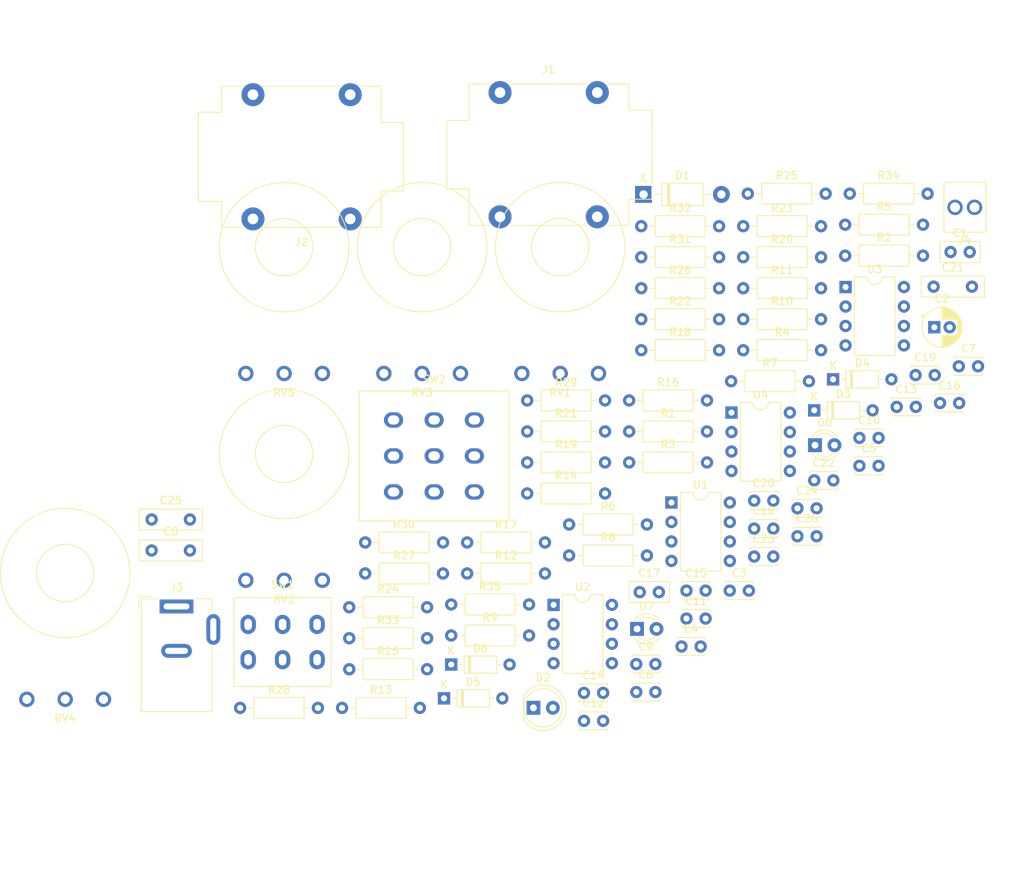
<source format=kicad_pcb>
(kicad_pcb (version 20171130) (host pcbnew "(5.1.12-1-10_14)")
  (layers (0 F.Cu signal) (31 B.Cu signal) (34 B.Paste user) (35 F.Paste user) (36 B.SilkS user) (37 F.SilkS user) (38 B.Mask user) (39 F.Mask user) (44 Edge.Cuts user))
  (net 0 "")
  (net 1 GND)
  (net 2 VA)
  (net 3 IN)
  (net 4 "Net-(C3-Pad1)")
  (net 5 "Net-(C4-Pad1)")
  (net 6 "Net-(C5-Pad2)")
  (net 7 "Net-(C5-Pad1)")
  (net 8 "Net-(C6-Pad2)")
  (net 9 "Net-(C7-Pad1)")
  (net 10 "Net-(C8-Pad1)")
  (net 11 "Net-(C9-Pad2)")
  (net 12 "Net-(C10-Pad2)")
  (net 13 "Net-(C10-Pad1)")
  (net 14 "Net-(C11-Pad2)")
  (net 15 "Net-(C11-Pad1)")
  (net 16 "Net-(C12-Pad1)")
  (net 17 "Net-(C12-Pad2)")
  (net 18 "Net-(C13-Pad1)")
  (net 19 "Net-(C14-Pad1)")
  (net 20 "Net-(C15-Pad1)")
  (net 21 "Net-(C16-Pad1)")
  (net 22 "Net-(C16-Pad2)")
  (net 23 "Net-(C17-Pad2)")
  (net 24 "Net-(C18-Pad1)")
  (net 25 "Net-(C19-Pad2)")
  (net 26 "Net-(C20-Pad1)")
  (net 27 "Net-(C20-Pad2)")
  (net 28 "Net-(C21-Pad1)")
  (net 29 "Net-(C22-Pad1)")
  (net 30 "Net-(C22-Pad2)")
  (net 31 "Net-(C23-Pad1)")
  (net 32 "Net-(C24-Pad2)")
  (net 33 "Net-(C25-Pad1)")
  (net 34 "Net-(C25-Pad2)")
  (net 35 "Net-(C26-Pad2)")
  (net 36 VCC)
  (net 37 9V)
  (net 38 LED)
  (net 39 "Net-(D2-Pad2)")
  (net 40 "Net-(D3-Pad2)")
  (net 41 "Net-(D5-Pad1)")
  (net 42 "Net-(J1-PadTN)")
  (net 43 "Net-(J1-PadT)")
  (net 44 "Net-(J2-PadT)")
  (net 45 "Net-(J2-PadTN)")
  (net 46 "Net-(J3-Pad3)")
  (net 47 "Net-(R4-Pad2)")
  (net 48 "Net-(R5-Pad2)")
  (net 49 "Net-(R10-Pad1)")
  (net 50 VB)
  (net 51 "Net-(R13-Pad1)")
  (net 52 "Net-(R14-Pad1)")
  (net 53 "Net-(R16-Pad1)")
  (net 54 "Net-(R25-Pad2)")
  (net 55 VC)
  (net 56 "Net-(R28-Pad1)")
  (net 57 "Net-(R32-Pad1)")
  (net 58 "Net-(R32-Pad2)")
  (net 59 "Net-(R35-Pad1)")
  (net 60 OUT)
  (net 61 "Net-(SW2-Pad3)")
  (module Capacitor_THT:C_Disc_D5.0mm_W2.5mm_P2.50mm (layer F.Cu) (at 215.281001 76.455001)
    (fp_text reference C1 (at 1.25 -2.5) (layer F.SilkS))
    (fp_text value 100n)
    (pad 1 thru_hole circle (at 0 0) (size 1.6 1.6) (drill 0.8) (layers *.Cu *.Mask) (net 1 GND))
    (pad 2 thru_hole circle (at 2.5 0) (size 1.6 1.6) (drill 0.8) (layers *.Cu *.Mask) (net 2 VA))
  )
  (module Capacitor_THT:CP_Radial_D5.0mm_P2.00mm (layer F.Cu) (at 213.160776 86.285001)
    (fp_text reference C2 (at 1 -3.75) (layer F.SilkS))
    (fp_text value 22u)
    (pad 1 thru_hole rect (at 0 0) (size 1.6 1.6) (drill 0.8) (layers *.Cu *.Mask) (net 2 VA))
    (pad 2 thru_hole circle (at 2 0) (size 1.6 1.6) (drill 0.8) (layers *.Cu *.Mask) (net 1 GND))
  )
  (module Capacitor_THT:C_Disc_D3.4mm_W2.1mm_P2.50mm (layer F.Cu) (at 186.451001 120.685001)
    (fp_text reference C3 (at 1.25 -2.3) (layer F.SilkS))
    (fp_text value 22n)
    (pad 2 thru_hole circle (at 2.5 0) (size 1.6 1.6) (drill 0.8) (layers *.Cu *.Mask) (net 3 IN))
    (pad 1 thru_hole circle (at 0 0) (size 1.6 1.6) (drill 0.8) (layers *.Cu *.Mask) (net 4 "Net-(C3-Pad1)"))
  )
  (module Capacitor_THT:C_Disc_D3.4mm_W2.1mm_P2.50mm (layer F.Cu) (at 180.151001 127.985001)
    (fp_text reference C4 (at 1.25 -2.3) (layer F.SilkS))
    (fp_text value 100p)
    (pad 1 thru_hole circle (at 0 0) (size 1.6 1.6) (drill 0.8) (layers *.Cu *.Mask) (net 5 "Net-(C4-Pad1)"))
    (pad 2 thru_hole circle (at 2.5 0) (size 1.6 1.6) (drill 0.8) (layers *.Cu *.Mask) (net 1 GND))
  )
  (module Capacitor_THT:C_Disc_D3.4mm_W2.1mm_P2.50mm (layer F.Cu) (at 203.381001 104.385001)
    (fp_text reference C5 (at 1.25 -2.3) (layer F.SilkS))
    (fp_text value 2.2n)
    (pad 2 thru_hole circle (at 2.5 0) (size 1.6 1.6) (drill 0.8) (layers *.Cu *.Mask) (net 6 "Net-(C5-Pad2)"))
    (pad 1 thru_hole circle (at 0 0) (size 1.6 1.6) (drill 0.8) (layers *.Cu *.Mask) (net 7 "Net-(C5-Pad1)"))
  )
  (module Capacitor_THT:C_Disc_D3.4mm_W2.1mm_P2.50mm (layer F.Cu) (at 174.251001 133.935001)
    (fp_text reference C6 (at 1.25 -2.3) (layer F.SilkS))
    (fp_text value 2.2n)
    (pad 1 thru_hole circle (at 0 0) (size 1.6 1.6) (drill 0.8) (layers *.Cu *.Mask) (net 7 "Net-(C5-Pad1)"))
    (pad 2 thru_hole circle (at 2.5 0) (size 1.6 1.6) (drill 0.8) (layers *.Cu *.Mask) (net 8 "Net-(C6-Pad2)"))
  )
  (module Capacitor_THT:C_Disc_D3.4mm_W2.1mm_P2.50mm (layer F.Cu) (at 216.361001 91.385001)
    (fp_text reference C7 (at 1.25 -2.3) (layer F.SilkS))
    (fp_text value 1n)
    (pad 1 thru_hole circle (at 0 0) (size 1.6 1.6) (drill 0.8) (layers *.Cu *.Mask) (net 9 "Net-(C7-Pad1)"))
    (pad 2 thru_hole circle (at 2.5 0) (size 1.6 1.6) (drill 0.8) (layers *.Cu *.Mask) (net 1 GND))
  )
  (module Capacitor_THT:C_Disc_D8.0mm_W2.5mm_P5.00mm (layer F.Cu) (at 110.981001 115.445001)
    (fp_text reference C8 (at 2.5 -2.5) (layer F.SilkS))
    (fp_text value 220n)
    (pad 1 thru_hole circle (at 0 0) (size 1.6 1.6) (drill 0.8) (layers *.Cu *.Mask) (net 10 "Net-(C8-Pad1)"))
    (pad 2 thru_hole circle (at 5 0) (size 1.6 1.6) (drill 0.8) (layers *.Cu *.Mask) (net 1 GND))
  )
  (module Capacitor_THT:C_Disc_D3.4mm_W2.1mm_P2.50mm (layer F.Cu) (at 174.251001 130.285001)
    (fp_text reference C9 (at 1.25 -2.3) (layer F.SilkS))
    (fp_text value 100p)
    (pad 2 thru_hole circle (at 2.5 0) (size 1.6 1.6) (drill 0.8) (layers *.Cu *.Mask) (net 11 "Net-(C9-Pad2)"))
    (pad 1 thru_hole circle (at 0 0) (size 1.6 1.6) (drill 0.8) (layers *.Cu *.Mask) (net 12 "Net-(C10-Pad2)"))
  )
  (module Capacitor_THT:C_Disc_D3.4mm_W2.1mm_P2.50mm (layer F.Cu) (at 203.381001 100.735001)
    (fp_text reference C10 (at 1.25 -2.3) (layer F.SilkS))
    (fp_text value 22n)
    (pad 2 thru_hole circle (at 2.5 0) (size 1.6 1.6) (drill 0.8) (layers *.Cu *.Mask) (net 12 "Net-(C10-Pad2)"))
    (pad 1 thru_hole circle (at 0 0) (size 1.6 1.6) (drill 0.8) (layers *.Cu *.Mask) (net 13 "Net-(C10-Pad1)"))
  )
  (module Capacitor_THT:C_Disc_D3.4mm_W2.1mm_P2.50mm (layer F.Cu) (at 180.801001 124.335001)
    (fp_text reference C11 (at 1.25 -2.3) (layer F.SilkS))
    (fp_text value 100p)
    (pad 2 thru_hole circle (at 2.5 0) (size 1.6 1.6) (drill 0.8) (layers *.Cu *.Mask) (net 14 "Net-(C11-Pad2)"))
    (pad 1 thru_hole circle (at 0 0) (size 1.6 1.6) (drill 0.8) (layers *.Cu *.Mask) (net 15 "Net-(C11-Pad1)"))
  )
  (module Capacitor_THT:C_Disc_D3.4mm_W2.1mm_P2.50mm (layer F.Cu) (at 167.421001 137.695001)
    (fp_text reference C12 (at 1.25 -2.3) (layer F.SilkS))
    (fp_text value 100p)
    (pad 1 thru_hole circle (at 0 0) (size 1.6 1.6) (drill 0.8) (layers *.Cu *.Mask) (net 16 "Net-(C12-Pad1)"))
    (pad 2 thru_hole circle (at 2.5 0) (size 1.6 1.6) (drill 0.8) (layers *.Cu *.Mask) (net 17 "Net-(C12-Pad2)"))
  )
  (module Capacitor_THT:C_Disc_D3.4mm_W2.1mm_P2.50mm (layer F.Cu) (at 208.251001 96.685001)
    (fp_text reference C13 (at 1.25 -2.3) (layer F.SilkS))
    (fp_text value 22n)
    (pad 2 thru_hole circle (at 2.5 0) (size 1.6 1.6) (drill 0.8) (layers *.Cu *.Mask) (net 16 "Net-(C12-Pad1)"))
    (pad 1 thru_hole circle (at 0 0) (size 1.6 1.6) (drill 0.8) (layers *.Cu *.Mask) (net 18 "Net-(C13-Pad1)"))
  )
  (module Capacitor_THT:C_Disc_D3.4mm_W2.1mm_P2.50mm (layer F.Cu) (at 167.421001 134.045001)
    (fp_text reference C14 (at 1.25 -2.3) (layer F.SilkS))
    (fp_text value 10n)
    (pad 2 thru_hole circle (at 2.5 0) (size 1.6 1.6) (drill 0.8) (layers *.Cu *.Mask) (net 1 GND))
    (pad 1 thru_hole circle (at 0 0) (size 1.6 1.6) (drill 0.8) (layers *.Cu *.Mask) (net 19 "Net-(C14-Pad1)"))
  )
  (module Capacitor_THT:C_Disc_D3.4mm_W2.1mm_P2.50mm (layer F.Cu) (at 180.801001 120.685001)
    (fp_text reference C15 (at 1.25 -2.3) (layer F.SilkS))
    (fp_text value 4.7n)
    (pad 1 thru_hole circle (at 0 0) (size 1.6 1.6) (drill 0.8) (layers *.Cu *.Mask) (net 20 "Net-(C15-Pad1)"))
    (pad 2 thru_hole circle (at 2.5 0) (size 1.6 1.6) (drill 0.8) (layers *.Cu *.Mask) (net 1 GND))
  )
  (module Capacitor_THT:C_Disc_D3.4mm_W2.1mm_P2.50mm (layer F.Cu) (at 213.901001 96.185001)
    (fp_text reference C16 (at 1.25 -2.3) (layer F.SilkS))
    (fp_text value 47n)
    (pad 1 thru_hole circle (at 0 0) (size 1.6 1.6) (drill 0.8) (layers *.Cu *.Mask) (net 21 "Net-(C16-Pad1)"))
    (pad 2 thru_hole circle (at 2.5 0) (size 1.6 1.6) (drill 0.8) (layers *.Cu *.Mask) (net 22 "Net-(C16-Pad2)"))
  )
  (module Capacitor_THT:C_Disc_D5.0mm_W2.5mm_P2.50mm (layer F.Cu) (at 174.701001 120.885001)
    (fp_text reference C17 (at 1.25 -2.5) (layer F.SilkS))
    (fp_text value 100n)
    (pad 2 thru_hole circle (at 2.5 0) (size 1.6 1.6) (drill 0.8) (layers *.Cu *.Mask) (net 23 "Net-(C17-Pad2)"))
    (pad 1 thru_hole circle (at 0 0) (size 1.6 1.6) (drill 0.8) (layers *.Cu *.Mask) (net 22 "Net-(C16-Pad2)"))
  )
  (module Capacitor_THT:C_Disc_D3.4mm_W2.1mm_P2.50mm (layer F.Cu) (at 189.641001 112.585001)
    (fp_text reference C18 (at 1.25 -2.3) (layer F.SilkS))
    (fp_text value 47n)
    (pad 1 thru_hole circle (at 0 0) (size 1.6 1.6) (drill 0.8) (layers *.Cu *.Mask) (net 24 "Net-(C18-Pad1)"))
    (pad 2 thru_hole circle (at 2.5 0) (size 1.6 1.6) (drill 0.8) (layers *.Cu *.Mask) (net 1 GND))
  )
  (module Capacitor_THT:C_Disc_D3.4mm_W2.1mm_P2.50mm (layer F.Cu) (at 210.711001 92.535001)
    (fp_text reference C19 (at 1.25 -2.3) (layer F.SilkS))
    (fp_text value 4.7n)
    (pad 2 thru_hole circle (at 2.5 0) (size 1.6 1.6) (drill 0.8) (layers *.Cu *.Mask) (net 25 "Net-(C19-Pad2)"))
    (pad 1 thru_hole circle (at 0 0) (size 1.6 1.6) (drill 0.8) (layers *.Cu *.Mask) (net 20 "Net-(C15-Pad1)"))
  )
  (module Capacitor_THT:C_Disc_D3.4mm_W2.1mm_P2.50mm (layer F.Cu) (at 189.641001 108.935001)
    (fp_text reference C20 (at 1.25 -2.3) (layer F.SilkS))
    (fp_text value 47n)
    (pad 1 thru_hole circle (at 0 0) (size 1.6 1.6) (drill 0.8) (layers *.Cu *.Mask) (net 26 "Net-(C20-Pad1)"))
    (pad 2 thru_hole circle (at 2.5 0) (size 1.6 1.6) (drill 0.8) (layers *.Cu *.Mask) (net 27 "Net-(C20-Pad2)"))
  )
  (module Capacitor_THT:C_Disc_D8.0mm_W2.5mm_P5.00mm (layer F.Cu) (at 213.071001 80.985001)
    (fp_text reference C21 (at 2.5 -2.5) (layer F.SilkS))
    (fp_text value 220n)
    (pad 2 thru_hole circle (at 5 0) (size 1.6 1.6) (drill 0.8) (layers *.Cu *.Mask) (net 1 GND))
    (pad 1 thru_hole circle (at 0 0) (size 1.6 1.6) (drill 0.8) (layers *.Cu *.Mask) (net 28 "Net-(C21-Pad1)"))
  )
  (module Capacitor_THT:C_Disc_D3.4mm_W2.1mm_P2.50mm (layer F.Cu) (at 197.481001 106.285001)
    (fp_text reference C22 (at 1.25 -2.3) (layer F.SilkS))
    (fp_text value 2.2n)
    (pad 1 thru_hole circle (at 0 0) (size 1.6 1.6) (drill 0.8) (layers *.Cu *.Mask) (net 29 "Net-(C22-Pad1)"))
    (pad 2 thru_hole circle (at 2.5 0) (size 1.6 1.6) (drill 0.8) (layers *.Cu *.Mask) (net 30 "Net-(C22-Pad2)"))
  )
  (module Capacitor_THT:C_Disc_D3.4mm_W2.1mm_P2.50mm (layer F.Cu) (at 189.641001 116.235001)
    (fp_text reference C23 (at 1.25 -2.3) (layer F.SilkS))
    (fp_text value 10n)
    (pad 1 thru_hole circle (at 0 0) (size 1.6 1.6) (drill 0.8) (layers *.Cu *.Mask) (net 31 "Net-(C23-Pad1)"))
    (pad 2 thru_hole circle (at 2.5 0) (size 1.6 1.6) (drill 0.8) (layers *.Cu *.Mask) (net 29 "Net-(C22-Pad1)"))
  )
  (module Capacitor_THT:C_Disc_D3.4mm_W2.1mm_P2.50mm (layer F.Cu) (at 195.291001 109.935001)
    (fp_text reference C24 (at 1.25 -2.3) (layer F.SilkS))
    (fp_text value 10n)
    (pad 2 thru_hole circle (at 2.5 0) (size 1.6 1.6) (drill 0.8) (layers *.Cu *.Mask) (net 32 "Net-(C24-Pad2)"))
    (pad 1 thru_hole circle (at 0 0) (size 1.6 1.6) (drill 0.8) (layers *.Cu *.Mask) (net 31 "Net-(C23-Pad1)"))
  )
  (module Capacitor_THT:C_Disc_D8.0mm_W2.5mm_P5.00mm (layer F.Cu) (at 110.981001 111.395001)
    (fp_text reference C25 (at 2.5 -2.5) (layer F.SilkS))
    (fp_text value 220n)
    (pad 1 thru_hole circle (at 0 0) (size 1.6 1.6) (drill 0.8) (layers *.Cu *.Mask) (net 33 "Net-(C25-Pad1)"))
    (pad 2 thru_hole circle (at 5 0) (size 1.6 1.6) (drill 0.8) (layers *.Cu *.Mask) (net 34 "Net-(C25-Pad2)"))
  )
  (module Capacitor_THT:C_Disc_D3.4mm_W2.1mm_P2.50mm (layer F.Cu) (at 195.291001 113.585001)
    (fp_text reference C26 (at 1.25 -2.3) (layer F.SilkS))
    (fp_text value 100p)
    (pad 2 thru_hole circle (at 2.5 0) (size 1.6 1.6) (drill 0.8) (layers *.Cu *.Mask) (net 35 "Net-(C26-Pad2)"))
    (pad 1 thru_hole circle (at 0 0) (size 1.6 1.6) (drill 0.8) (layers *.Cu *.Mask) (net 34 "Net-(C25-Pad2)"))
  )
  (module Diode_THT:D_DO-41_SOD81_P10.16mm_Horizontal (layer F.Cu) (at 175.201001 68.935001)
    (fp_text reference D1 (at 5.08 -2.47) (layer F.SilkS))
    (fp_text value 1N5817)
    (fp_text user K (at 0 -2.1) (layer F.SilkS))
    (pad 1 thru_hole rect (at 0 0) (size 2.2 2.2) (drill 1.1) (layers *.Cu *.Mask) (net 36 VCC))
    (pad 2 thru_hole oval (at 10.16 0) (size 2.2 2.2) (drill 1.1) (layers *.Cu *.Mask) (net 37 9V))
  )
  (module LED_THT:LED_D5.0mm (layer F.Cu) (at 160.821001 135.995001)
    (fp_text reference D2 (at 1.27 -3.96) (layer F.SilkS))
    (fp_text value LED)
    (pad 1 thru_hole rect (at 0 0) (size 1.8 1.8) (drill 0.9) (layers *.Cu *.Mask) (net 38 LED))
    (pad 2 thru_hole circle (at 2.54 0) (size 1.8 1.8) (drill 0.9) (layers *.Cu *.Mask) (net 39 "Net-(D2-Pad2)"))
  )
  (module Diode_THT:D_DO-35_SOD27_P7.62mm_Horizontal (layer F.Cu) (at 197.481001 97.135001)
    (fp_text reference D3 (at 3.81 -2.12) (layer F.SilkS))
    (fp_text value 1N4148)
    (fp_text user K (at 0 -1.8) (layer F.SilkS))
    (pad 1 thru_hole rect (at 0 0) (size 1.6 1.6) (drill 0.8) (layers *.Cu *.Mask) (net 14 "Net-(C11-Pad2)"))
    (pad 2 thru_hole oval (at 7.62 0) (size 1.6 1.6) (drill 0.8) (layers *.Cu *.Mask) (net 40 "Net-(D3-Pad2)"))
  )
  (module Diode_THT:D_DO-35_SOD27_P7.62mm_Horizontal (layer F.Cu) (at 199.941001 93.085001)
    (fp_text reference D4 (at 3.81 -2.12) (layer F.SilkS))
    (fp_text value 1N4148)
    (fp_text user K (at 0 -1.8) (layer F.SilkS))
    (pad 2 thru_hole oval (at 7.62 0) (size 1.6 1.6) (drill 0.8) (layers *.Cu *.Mask) (net 15 "Net-(C11-Pad1)"))
    (pad 1 thru_hole rect (at 0 0) (size 1.6 1.6) (drill 0.8) (layers *.Cu *.Mask) (net 40 "Net-(D3-Pad2)"))
  )
  (module Diode_THT:D_DO-35_SOD27_P7.62mm_Horizontal (layer F.Cu) (at 149.151001 134.755001)
    (fp_text reference D5 (at 3.81 -2.12) (layer F.SilkS))
    (fp_text value 1N4148)
    (fp_text user K (at 0 -1.8) (layer F.SilkS))
    (pad 1 thru_hole rect (at 0 0) (size 1.6 1.6) (drill 0.8) (layers *.Cu *.Mask) (net 41 "Net-(D5-Pad1)"))
    (pad 2 thru_hole oval (at 7.62 0) (size 1.6 1.6) (drill 0.8) (layers *.Cu *.Mask) (net 14 "Net-(C11-Pad2)"))
  )
  (module Diode_THT:D_DO-35_SOD27_P7.62mm_Horizontal (layer F.Cu) (at 150.091001 130.345001)
    (fp_text reference D6 (at 3.81 -2.12) (layer F.SilkS))
    (fp_text value 1N4148)
    (fp_text user K (at 0 -1.8) (layer F.SilkS))
    (pad 2 thru_hole oval (at 7.62 0) (size 1.6 1.6) (drill 0.8) (layers *.Cu *.Mask) (net 41 "Net-(D5-Pad1)"))
    (pad 1 thru_hole rect (at 0 0) (size 1.6 1.6) (drill 0.8) (layers *.Cu *.Mask) (net 15 "Net-(C11-Pad1)"))
  )
  (module LED_THT:LED_D3.0mm (layer F.Cu) (at 174.351001 125.685001)
    (fp_text reference D7 (at 1.27 -2.96) (layer F.SilkS))
    (fp_text value LED)
    (pad 1 thru_hole rect (at 0 0) (size 1.8 1.8) (drill 0.9) (layers *.Cu *.Mask) (net 19 "Net-(C14-Pad1)"))
    (pad 2 thru_hole circle (at 2.54 0) (size 1.8 1.8) (drill 0.9) (layers *.Cu *.Mask) (net 1 GND))
  )
  (module LED_THT:LED_D3.0mm (layer F.Cu) (at 197.581001 101.685001)
    (fp_text reference D8 (at 1.27 -2.96) (layer F.SilkS))
    (fp_text value LED)
    (pad 2 thru_hole circle (at 2.54 0) (size 1.8 1.8) (drill 0.9) (layers *.Cu *.Mask) (net 19 "Net-(C14-Pad1)"))
    (pad 1 thru_hole rect (at 0 0) (size 1.8 1.8) (drill 0.9) (layers *.Cu *.Mask) (net 1 GND))
  )
  (module Connector_Audio:Jack_6.35mm_Neutrik_NMJ4HCD2_Horizontal (layer F.Cu) (at 156.464 55.626)
    (fp_text reference J1 (at 6.35 -3) (layer F.SilkS))
    (fp_text value AudioJack2_Switch)
    (pad TN thru_hole circle (at 0 16.23) (size 3 3) (drill 1.4) (layers *.Cu *.Mask) (net 42 "Net-(J1-PadTN)"))
    (pad SN thru_hole circle (at 12.7 16.23) (size 3 3) (drill 1.4) (layers *.Cu *.Mask) (net 1 GND))
    (pad T thru_hole circle (at 0 0) (size 3 3) (drill 1.4) (layers *.Cu *.Mask) (net 43 "Net-(J1-PadT)"))
    (pad S thru_hole circle (at 12.7 0) (size 3 3) (drill 1.4) (layers *.Cu *.Mask) (net 1 GND))
  )
  (module Connector_Audio:Jack_6.35mm_Neutrik_NMJ4HCD2_Horizontal (layer F.Cu) (at 136.906 72.136 180)
    (fp_text reference J2 (at 6.35 -3) (layer F.SilkS))
    (fp_text value AudioJack2_Switch)
    (pad S thru_hole circle (at 12.7 0 180) (size 3 3) (drill 1.4) (layers *.Cu *.Mask) (net 1 GND))
    (pad T thru_hole circle (at 0 0 180) (size 3 3) (drill 1.4) (layers *.Cu *.Mask) (net 44 "Net-(J2-PadT)"))
    (pad SN thru_hole circle (at 12.7 16.23 180) (size 3 3) (drill 1.4) (layers *.Cu *.Mask) (net 1 GND))
    (pad TN thru_hole circle (at 0 16.23 180) (size 3 3) (drill 1.4) (layers *.Cu *.Mask) (net 45 "Net-(J2-PadTN)"))
  )
  (module Connector_BarrelJack:BarrelJack_Wuerth_6941xx301002 (layer F.Cu) (at 114.231001 122.755001)
    (fp_text reference J3 (at 0 -2.5) (layer F.SilkS))
    (fp_text value Barrel_Jack_Switch)
    (pad 3 thru_hole oval (at 4.8 3 90) (size 4 1.8) (drill oval 3 0.8) (layers *.Cu *.Mask) (net 46 "Net-(J3-Pad3)"))
    (pad 2 thru_hole oval (at 0 5.8) (size 4 1.8) (drill oval 3 0.8) (layers *.Cu *.Mask) (net 37 9V))
    (pad 1 thru_hole rect (at 0 0) (size 4.4 1.8) (drill oval 3.4 0.8) (layers *.Cu *.Mask) (net 1 GND))
  )
  (module tyrian-distortion:TerminalBlock_2pin_2.54mm (layer F.Cu) (at 217.156001 70.620001)
    (fp_text reference J4 (at 0 4.25) (layer F.SilkS))
    (fp_text value Conn_01x02_Female)
    (pad 1 thru_hole circle (at -1.29 0) (size 2 2) (drill 1.3) (layers *.Cu *.Mask) (net 1 GND))
    (pad 2 thru_hole circle (at 1.25 0) (size 2 2) (drill 1.3) (layers *.Cu *.Mask) (net 46 "Net-(J3-Pad3)"))
  )
  (module Resistor_THT:R_Axial_DIN0207_L6.3mm_D2.5mm_P10.16mm_Horizontal (layer F.Cu) (at 173.321001 99.895001)
    (fp_text reference R1 (at 5.08 -2.37) (layer F.SilkS))
    (fp_text value 4.7k)
    (pad 2 thru_hole oval (at 10.16 0) (size 1.6 1.6) (drill 0.8) (layers *.Cu *.Mask) (net 36 VCC))
    (pad 1 thru_hole circle (at 0 0) (size 1.6 1.6) (drill 0.8) (layers *.Cu *.Mask) (net 39 "Net-(D2-Pad2)"))
  )
  (module Resistor_THT:R_Axial_DIN0207_L6.3mm_D2.5mm_P10.16mm_Horizontal (layer F.Cu) (at 201.521001 76.935001)
    (fp_text reference R2 (at 5.08 -2.37) (layer F.SilkS))
    (fp_text value 20k)
    (pad 2 thru_hole oval (at 10.16 0) (size 1.6 1.6) (drill 0.8) (layers *.Cu *.Mask) (net 2 VA))
    (pad 1 thru_hole circle (at 0 0) (size 1.6 1.6) (drill 0.8) (layers *.Cu *.Mask) (net 36 VCC))
  )
  (module Resistor_THT:R_Axial_DIN0207_L6.3mm_D2.5mm_P10.16mm_Horizontal (layer F.Cu) (at 173.321001 103.945001)
    (fp_text reference R3 (at 5.08 -2.37) (layer F.SilkS))
    (fp_text value 20k)
    (pad 2 thru_hole oval (at 10.16 0) (size 1.6 1.6) (drill 0.8) (layers *.Cu *.Mask) (net 1 GND))
    (pad 1 thru_hole circle (at 0 0) (size 1.6 1.6) (drill 0.8) (layers *.Cu *.Mask) (net 2 VA))
  )
  (module Resistor_THT:R_Axial_DIN0207_L6.3mm_D2.5mm_P10.16mm_Horizontal (layer F.Cu) (at 188.211001 89.285001)
    (fp_text reference R4 (at 5.08 -2.37) (layer F.SilkS))
    (fp_text value 1.5k)
    (pad 2 thru_hole oval (at 10.16 0) (size 1.6 1.6) (drill 0.8) (layers *.Cu *.Mask) (net 47 "Net-(R4-Pad2)"))
    (pad 1 thru_hole circle (at 0 0) (size 1.6 1.6) (drill 0.8) (layers *.Cu *.Mask) (net 2 VA))
  )
  (module Resistor_THT:R_Axial_DIN0207_L6.3mm_D2.5mm_P10.16mm_Horizontal (layer F.Cu) (at 201.521001 72.885001)
    (fp_text reference R5 (at 5.08 -2.37) (layer F.SilkS))
    (fp_text value 1.5k)
    (pad 1 thru_hole circle (at 0 0) (size 1.6 1.6) (drill 0.8) (layers *.Cu *.Mask) (net 2 VA))
    (pad 2 thru_hole oval (at 10.16 0) (size 1.6 1.6) (drill 0.8) (layers *.Cu *.Mask) (net 48 "Net-(R5-Pad2)"))
  )
  (module Resistor_THT:R_Axial_DIN0207_L6.3mm_D2.5mm_P10.16mm_Horizontal (layer F.Cu) (at 165.481001 112.045001)
    (fp_text reference R6 (at 5.08 -2.37) (layer F.SilkS))
    (fp_text value 1M)
    (pad 1 thru_hole circle (at 0 0) (size 1.6 1.6) (drill 0.8) (layers *.Cu *.Mask) (net 3 IN))
    (pad 2 thru_hole oval (at 10.16 0) (size 1.6 1.6) (drill 0.8) (layers *.Cu *.Mask) (net 1 GND))
  )
  (module Resistor_THT:R_Axial_DIN0207_L6.3mm_D2.5mm_P10.16mm_Horizontal (layer F.Cu) (at 186.631001 93.335001)
    (fp_text reference R7 (at 5.08 -2.37) (layer F.SilkS))
    (fp_text value 470k)
    (pad 2 thru_hole oval (at 10.16 0) (size 1.6 1.6) (drill 0.8) (layers *.Cu *.Mask) (net 4 "Net-(C3-Pad1)"))
    (pad 1 thru_hole circle (at 0 0) (size 1.6 1.6) (drill 0.8) (layers *.Cu *.Mask) (net 2 VA))
  )
  (module Resistor_THT:R_Axial_DIN0207_L6.3mm_D2.5mm_P10.16mm_Horizontal (layer F.Cu) (at 165.481001 116.095001)
    (fp_text reference R8 (at 5.08 -2.37) (layer F.SilkS))
    (fp_text value 10k)
    (pad 1 thru_hole circle (at 0 0) (size 1.6 1.6) (drill 0.8) (layers *.Cu *.Mask) (net 5 "Net-(C4-Pad1)"))
    (pad 2 thru_hole oval (at 10.16 0) (size 1.6 1.6) (drill 0.8) (layers *.Cu *.Mask) (net 4 "Net-(C3-Pad1)"))
  )
  (module Resistor_THT:R_Axial_DIN0207_L6.3mm_D2.5mm_P10.16mm_Horizontal (layer F.Cu) (at 150.091001 126.545001)
    (fp_text reference R9 (at 5.08 -2.37) (layer F.SilkS))
    (fp_text value 82k)
    (pad 2 thru_hole oval (at 10.16 0) (size 1.6 1.6) (drill 0.8) (layers *.Cu *.Mask) (net 49 "Net-(R10-Pad1)"))
    (pad 1 thru_hole circle (at 0 0) (size 1.6 1.6) (drill 0.8) (layers *.Cu *.Mask) (net 6 "Net-(C5-Pad2)"))
  )
  (module Resistor_THT:R_Axial_DIN0207_L6.3mm_D2.5mm_P10.16mm_Horizontal (layer F.Cu) (at 188.211001 85.235001)
    (fp_text reference R10 (at 5.08 -2.37) (layer F.SilkS))
    (fp_text value 47k)
    (pad 2 thru_hole oval (at 10.16 0) (size 1.6 1.6) (drill 0.8) (layers *.Cu *.Mask) (net 50 VB))
    (pad 1 thru_hole circle (at 0 0) (size 1.6 1.6) (drill 0.8) (layers *.Cu *.Mask) (net 49 "Net-(R10-Pad1)"))
  )
  (module Resistor_THT:R_Axial_DIN0207_L6.3mm_D2.5mm_P10.16mm_Horizontal (layer F.Cu) (at 188.211001 81.185001)
    (fp_text reference R11 (at 5.08 -2.37) (layer F.SilkS))
    (fp_text value 33k)
    (pad 1 thru_hole circle (at 0 0) (size 1.6 1.6) (drill 0.8) (layers *.Cu *.Mask) (net 50 VB))
    (pad 2 thru_hole oval (at 10.16 0) (size 1.6 1.6) (drill 0.8) (layers *.Cu *.Mask) (net 7 "Net-(C5-Pad1)"))
  )
  (module Resistor_THT:R_Axial_DIN0207_L6.3mm_D2.5mm_P10.16mm_Horizontal (layer F.Cu) (at 152.171001 118.445001)
    (fp_text reference R12 (at 5.08 -2.37) (layer F.SilkS))
    (fp_text value 10k)
    (pad 2 thru_hole oval (at 10.16 0) (size 1.6 1.6) (drill 0.8) (layers *.Cu *.Mask) (net 7 "Net-(C5-Pad1)"))
    (pad 1 thru_hole circle (at 0 0) (size 1.6 1.6) (drill 0.8) (layers *.Cu *.Mask) (net 9 "Net-(C7-Pad1)"))
  )
  (module Resistor_THT:R_Axial_DIN0207_L6.3mm_D2.5mm_P10.16mm_Horizontal (layer F.Cu) (at 135.841001 136.005001)
    (fp_text reference R13 (at 5.08 -2.37) (layer F.SilkS))
    (fp_text value 33k)
    (pad 1 thru_hole circle (at 0 0) (size 1.6 1.6) (drill 0.8) (layers *.Cu *.Mask) (net 51 "Net-(R13-Pad1)"))
    (pad 2 thru_hole oval (at 10.16 0) (size 1.6 1.6) (drill 0.8) (layers *.Cu *.Mask) (net 10 "Net-(C8-Pad1)"))
  )
  (module Resistor_THT:R_Axial_DIN0207_L6.3mm_D2.5mm_P10.16mm_Horizontal (layer F.Cu) (at 160.011001 107.995001)
    (fp_text reference R14 (at 5.08 -2.37) (layer F.SilkS))
    (fp_text value 10k)
    (pad 1 thru_hole circle (at 0 0) (size 1.6 1.6) (drill 0.8) (layers *.Cu *.Mask) (net 52 "Net-(R14-Pad1)"))
    (pad 2 thru_hole oval (at 10.16 0) (size 1.6 1.6) (drill 0.8) (layers *.Cu *.Mask) (net 10 "Net-(C8-Pad1)"))
  )
  (module Resistor_THT:R_Axial_DIN0207_L6.3mm_D2.5mm_P10.16mm_Horizontal (layer F.Cu) (at 136.781001 130.955001)
    (fp_text reference R15 (at 5.08 -2.37) (layer F.SilkS))
    (fp_text value 33k)
    (pad 1 thru_hole circle (at 0 0) (size 1.6 1.6) (drill 0.8) (layers *.Cu *.Mask) (net 11 "Net-(C9-Pad2)"))
    (pad 2 thru_hole oval (at 10.16 0) (size 1.6 1.6) (drill 0.8) (layers *.Cu *.Mask) (net 10 "Net-(C8-Pad1)"))
  )
  (module Resistor_THT:R_Axial_DIN0207_L6.3mm_D2.5mm_P10.16mm_Horizontal (layer F.Cu) (at 173.321001 95.845001)
    (fp_text reference R16 (at 5.08 -2.37) (layer F.SilkS))
    (fp_text value 56k)
    (pad 2 thru_hole oval (at 10.16 0) (size 1.6 1.6) (drill 0.8) (layers *.Cu *.Mask) (net 11 "Net-(C9-Pad2)"))
    (pad 1 thru_hole circle (at 0 0) (size 1.6 1.6) (drill 0.8) (layers *.Cu *.Mask) (net 53 "Net-(R16-Pad1)"))
  )
  (module Resistor_THT:R_Axial_DIN0207_L6.3mm_D2.5mm_P10.16mm_Horizontal (layer F.Cu) (at 152.171001 114.395001)
    (fp_text reference R17 (at 5.08 -2.37) (layer F.SilkS))
    (fp_text value 22k)
    (pad 1 thru_hole circle (at 0 0) (size 1.6 1.6) (drill 0.8) (layers *.Cu *.Mask) (net 14 "Net-(C11-Pad2)"))
    (pad 2 thru_hole oval (at 10.16 0) (size 1.6 1.6) (drill 0.8) (layers *.Cu *.Mask) (net 13 "Net-(C10-Pad1)"))
  )
  (module Resistor_THT:R_Axial_DIN0207_L6.3mm_D2.5mm_P10.16mm_Horizontal (layer F.Cu) (at 174.901001 89.285001)
    (fp_text reference R18 (at 5.08 -2.37) (layer F.SilkS))
    (fp_text value 56k)
    (pad 2 thru_hole oval (at 10.16 0) (size 1.6 1.6) (drill 0.8) (layers *.Cu *.Mask) (net 14 "Net-(C11-Pad2)"))
    (pad 1 thru_hole circle (at 0 0) (size 1.6 1.6) (drill 0.8) (layers *.Cu *.Mask) (net 15 "Net-(C11-Pad1)"))
  )
  (module Resistor_THT:R_Axial_DIN0207_L6.3mm_D2.5mm_P10.16mm_Horizontal (layer F.Cu) (at 160.011001 103.945001)
    (fp_text reference R19 (at 5.08 -2.37) (layer F.SilkS))
    (fp_text value 4.7k)
    (pad 1 thru_hole circle (at 0 0) (size 1.6 1.6) (drill 0.8) (layers *.Cu *.Mask) (net 17 "Net-(C12-Pad2)"))
    (pad 2 thru_hole oval (at 10.16 0) (size 1.6 1.6) (drill 0.8) (layers *.Cu *.Mask) (net 15 "Net-(C11-Pad1)"))
  )
  (module Resistor_THT:R_Axial_DIN0207_L6.3mm_D2.5mm_P10.16mm_Horizontal (layer F.Cu) (at 188.211001 77.135001)
    (fp_text reference R20 (at 5.08 -2.37) (layer F.SilkS))
    (fp_text value 82k)
    (pad 2 thru_hole oval (at 10.16 0) (size 1.6 1.6) (drill 0.8) (layers *.Cu *.Mask) (net 17 "Net-(C12-Pad2)"))
    (pad 1 thru_hole circle (at 0 0) (size 1.6 1.6) (drill 0.8) (layers *.Cu *.Mask) (net 16 "Net-(C12-Pad1)"))
  )
  (module Resistor_THT:R_Axial_DIN0207_L6.3mm_D2.5mm_P10.16mm_Horizontal (layer F.Cu) (at 160.011001 99.895001)
    (fp_text reference R21 (at 5.08 -2.37) (layer F.SilkS))
    (fp_text value 4.7k)
    (pad 2 thru_hole oval (at 10.16 0) (size 1.6 1.6) (drill 0.8) (layers *.Cu *.Mask) (net 18 "Net-(C13-Pad1)"))
    (pad 1 thru_hole circle (at 0 0) (size 1.6 1.6) (drill 0.8) (layers *.Cu *.Mask) (net 19 "Net-(C14-Pad1)"))
  )
  (module Resistor_THT:R_Axial_DIN0207_L6.3mm_D2.5mm_P10.16mm_Horizontal (layer F.Cu) (at 174.901001 85.235001)
    (fp_text reference R22 (at 5.08 -2.37) (layer F.SilkS))
    (fp_text value 56k)
    (pad 1 thru_hole circle (at 0 0) (size 1.6 1.6) (drill 0.8) (layers *.Cu *.Mask) (net 20 "Net-(C15-Pad1)"))
    (pad 2 thru_hole oval (at 10.16 0) (size 1.6 1.6) (drill 0.8) (layers *.Cu *.Mask) (net 19 "Net-(C14-Pad1)"))
  )
  (module Resistor_THT:R_Axial_DIN0207_L6.3mm_D2.5mm_P10.16mm_Horizontal (layer F.Cu) (at 188.211001 73.085001)
    (fp_text reference R23 (at 5.08 -2.37) (layer F.SilkS))
    (fp_text value 82k)
    (pad 1 thru_hole circle (at 0 0) (size 1.6 1.6) (drill 0.8) (layers *.Cu *.Mask) (net 21 "Net-(C16-Pad1)"))
    (pad 2 thru_hole oval (at 10.16 0) (size 1.6 1.6) (drill 0.8) (layers *.Cu *.Mask) (net 20 "Net-(C15-Pad1)"))
  )
  (module Resistor_THT:R_Axial_DIN0207_L6.3mm_D2.5mm_P10.16mm_Horizontal (layer F.Cu) (at 136.781001 122.855001)
    (fp_text reference R24 (at 5.08 -2.37) (layer F.SilkS))
    (fp_text value 2k)
    (pad 1 thru_hole circle (at 0 0) (size 1.6 1.6) (drill 0.8) (layers *.Cu *.Mask) (net 1 GND))
    (pad 2 thru_hole oval (at 10.16 0) (size 1.6 1.6) (drill 0.8) (layers *.Cu *.Mask) (net 23 "Net-(C17-Pad2)"))
  )
  (module Resistor_THT:R_Axial_DIN0207_L6.3mm_D2.5mm_P10.16mm_Horizontal (layer F.Cu) (at 188.811001 68.835001)
    (fp_text reference R25 (at 5.08 -2.37) (layer F.SilkS))
    (fp_text value 4.7k)
    (pad 2 thru_hole oval (at 10.16 0) (size 1.6 1.6) (drill 0.8) (layers *.Cu *.Mask) (net 54 "Net-(R25-Pad2)"))
    (pad 1 thru_hole circle (at 0 0) (size 1.6 1.6) (drill 0.8) (layers *.Cu *.Mask) (net 22 "Net-(C16-Pad2)"))
  )
  (module Resistor_THT:R_Axial_DIN0207_L6.3mm_D2.5mm_P10.16mm_Horizontal (layer F.Cu) (at 174.901001 81.185001)
    (fp_text reference R26 (at 5.08 -2.37) (layer F.SilkS))
    (fp_text value 100k)
    (pad 2 thru_hole oval (at 10.16 0) (size 1.6 1.6) (drill 0.8) (layers *.Cu *.Mask) (net 54 "Net-(R25-Pad2)"))
    (pad 1 thru_hole circle (at 0 0) (size 1.6 1.6) (drill 0.8) (layers *.Cu *.Mask) (net 27 "Net-(C20-Pad2)"))
  )
  (module Resistor_THT:R_Axial_DIN0207_L6.3mm_D2.5mm_P10.16mm_Horizontal (layer F.Cu) (at 138.861001 118.445001)
    (fp_text reference R27 (at 5.08 -2.37) (layer F.SilkS))
    (fp_text value 470k)
    (pad 1 thru_hole circle (at 0 0) (size 1.6 1.6) (drill 0.8) (layers *.Cu *.Mask) (net 26 "Net-(C20-Pad1)"))
    (pad 2 thru_hole oval (at 10.16 0) (size 1.6 1.6) (drill 0.8) (layers *.Cu *.Mask) (net 55 VC))
  )
  (module Resistor_THT:R_Axial_DIN0207_L6.3mm_D2.5mm_P10.16mm_Horizontal (layer F.Cu) (at 122.531001 136.005001)
    (fp_text reference R28 (at 5.08 -2.37) (layer F.SilkS))
    (fp_text value 22k)
    (pad 2 thru_hole oval (at 10.16 0) (size 1.6 1.6) (drill 0.8) (layers *.Cu *.Mask) (net 30 "Net-(C22-Pad2)"))
    (pad 1 thru_hole circle (at 0 0) (size 1.6 1.6) (drill 0.8) (layers *.Cu *.Mask) (net 56 "Net-(R28-Pad1)"))
  )
  (module Resistor_THT:R_Axial_DIN0207_L6.3mm_D2.5mm_P10.16mm_Horizontal (layer F.Cu) (at 160.011001 95.845001)
    (fp_text reference R29 (at 5.08 -2.37) (layer F.SilkS))
    (fp_text value 22k)
    (pad 1 thru_hole circle (at 0 0) (size 1.6 1.6) (drill 0.8) (layers *.Cu *.Mask) (net 29 "Net-(C22-Pad1)"))
    (pad 2 thru_hole oval (at 10.16 0) (size 1.6 1.6) (drill 0.8) (layers *.Cu *.Mask) (net 56 "Net-(R28-Pad1)"))
  )
  (module Resistor_THT:R_Axial_DIN0207_L6.3mm_D2.5mm_P10.16mm_Horizontal (layer F.Cu) (at 138.861001 114.395001)
    (fp_text reference R30 (at 5.08 -2.37) (layer F.SilkS))
    (fp_text value 150k)
    (pad 1 thru_hole circle (at 0 0) (size 1.6 1.6) (drill 0.8) (layers *.Cu *.Mask) (net 28 "Net-(C21-Pad1)"))
    (pad 2 thru_hole oval (at 10.16 0) (size 1.6 1.6) (drill 0.8) (layers *.Cu *.Mask) (net 56 "Net-(R28-Pad1)"))
  )
  (module Resistor_THT:R_Axial_DIN0207_L6.3mm_D2.5mm_P10.16mm_Horizontal (layer F.Cu) (at 174.901001 77.135001)
    (fp_text reference R31 (at 5.08 -2.37) (layer F.SilkS))
    (fp_text value 10k)
    (pad 2 thru_hole oval (at 10.16 0) (size 1.6 1.6) (drill 0.8) (layers *.Cu *.Mask) (net 31 "Net-(C23-Pad1)"))
    (pad 1 thru_hole circle (at 0 0) (size 1.6 1.6) (drill 0.8) (layers *.Cu *.Mask) (net 1 GND))
  )
  (module Resistor_THT:R_Axial_DIN0207_L6.3mm_D2.5mm_P10.16mm_Horizontal (layer F.Cu) (at 174.901001 73.085001)
    (fp_text reference R32 (at 5.08 -2.37) (layer F.SilkS))
    (fp_text value 1.5k)
    (pad 1 thru_hole circle (at 0 0) (size 1.6 1.6) (drill 0.8) (layers *.Cu *.Mask) (net 57 "Net-(R32-Pad1)"))
    (pad 2 thru_hole oval (at 10.16 0) (size 1.6 1.6) (drill 0.8) (layers *.Cu *.Mask) (net 58 "Net-(R32-Pad2)"))
  )
  (module Resistor_THT:R_Axial_DIN0207_L6.3mm_D2.5mm_P10.16mm_Horizontal (layer F.Cu) (at 136.781001 126.905001)
    (fp_text reference R33 (at 5.08 -2.37) (layer F.SilkS))
    (fp_text value 470k)
    (pad 2 thru_hole oval (at 10.16 0) (size 1.6 1.6) (drill 0.8) (layers *.Cu *.Mask) (net 35 "Net-(C26-Pad2)"))
    (pad 1 thru_hole circle (at 0 0) (size 1.6 1.6) (drill 0.8) (layers *.Cu *.Mask) (net 34 "Net-(C25-Pad2)"))
  )
  (module Resistor_THT:R_Axial_DIN0207_L6.3mm_D2.5mm_P10.16mm_Horizontal (layer F.Cu) (at 202.121001 68.835001)
    (fp_text reference R34 (at 5.08 -2.37) (layer F.SilkS))
    (fp_text value 10k)
    (pad 1 thru_hole circle (at 0 0) (size 1.6 1.6) (drill 0.8) (layers *.Cu *.Mask) (net 55 VC))
    (pad 2 thru_hole oval (at 10.16 0) (size 1.6 1.6) (drill 0.8) (layers *.Cu *.Mask) (net 35 "Net-(C26-Pad2)"))
  )
  (module Resistor_THT:R_Axial_DIN0207_L6.3mm_D2.5mm_P10.16mm_Horizontal (layer F.Cu) (at 150.091001 122.495001)
    (fp_text reference R35 (at 5.08 -2.37) (layer F.SilkS))
    (fp_text value 2k)
    (pad 1 thru_hole circle (at 0 0) (size 1.6 1.6) (drill 0.8) (layers *.Cu *.Mask) (net 59 "Net-(R35-Pad1)"))
    (pad 2 thru_hole oval (at 10.16 0) (size 1.6 1.6) (drill 0.8) (layers *.Cu *.Mask) (net 33 "Net-(C25-Pad1)"))
  )
  (module tyrian-distortion:Tayda_Potentiometer (layer F.Cu) (at 164.316001 92.070001)
    (fp_text reference RV1 (at 0 2.75) (layer F.SilkS))
    (fp_text value B1M)
    (pad 1 thru_hole circle (at -5 0.25) (size 2 2) (drill 1.2) (layers *.Cu *.Mask) (net 53 "Net-(R16-Pad1)"))
    (pad 2 thru_hole circle (at 0 0.25) (size 2 2) (drill 1.2) (layers *.Cu *.Mask) (net 12 "Net-(C10-Pad2)"))
    (pad 3 thru_hole circle (at 5 0.25) (size 2 2) (drill 1.2) (layers *.Cu *.Mask) (net 12 "Net-(C10-Pad2)"))
  )
  (module tyrian-distortion:Tayda_Potentiometer (layer F.Cu) (at 128.276001 119.080001)
    (fp_text reference RV2 (at 0 2.75) (layer F.SilkS))
    (fp_text value A100k)
    (pad 1 thru_hole circle (at -5 0.25) (size 2 2) (drill 1.2) (layers *.Cu *.Mask) (net 23 "Net-(C17-Pad2)"))
    (pad 2 thru_hole circle (at 0 0.25) (size 2 2) (drill 1.2) (layers *.Cu *.Mask) (net 22 "Net-(C16-Pad2)"))
    (pad 3 thru_hole circle (at 5 0.25) (size 2 2) (drill 1.2) (layers *.Cu *.Mask) (net 21 "Net-(C16-Pad1)"))
  )
  (module tyrian-distortion:Tayda_Potentiometer (layer F.Cu) (at 146.296001 92.070001)
    (fp_text reference RV3 (at 0 2.75) (layer F.SilkS))
    (fp_text value A50k)
    (pad 3 thru_hole circle (at 5 0.25) (size 2 2) (drill 1.2) (layers *.Cu *.Mask) (net 25 "Net-(C19-Pad2)"))
    (pad 2 thru_hole circle (at 0 0.25) (size 2 2) (drill 1.2) (layers *.Cu *.Mask) (net 54 "Net-(R25-Pad2)"))
    (pad 1 thru_hole circle (at -5 0.25) (size 2 2) (drill 1.2) (layers *.Cu *.Mask) (net 24 "Net-(C18-Pad1)"))
  )
  (module tyrian-distortion:Tayda_Potentiometer (layer F.Cu) (at 99.696001 134.630001)
    (fp_text reference RV4 (at 0 2.75) (layer F.SilkS))
    (fp_text value B100k)
    (pad 1 thru_hole circle (at -5 0.25) (size 2 2) (drill 1.2) (layers *.Cu *.Mask) (net 32 "Net-(C24-Pad2)"))
    (pad 2 thru_hole circle (at 0 0.25) (size 2 2) (drill 1.2) (layers *.Cu *.Mask) (net 58 "Net-(R32-Pad2)"))
    (pad 3 thru_hole circle (at 5 0.25) (size 2 2) (drill 1.2) (layers *.Cu *.Mask) (net 29 "Net-(C22-Pad1)"))
  )
  (module tyrian-distortion:Tayda_Potentiometer (layer F.Cu) (at 128.276001 92.070001)
    (fp_text reference RV5 (at 0 2.75) (layer F.SilkS))
    (fp_text value A50k)
    (pad 3 thru_hole circle (at 5 0.25) (size 2 2) (drill 1.2) (layers *.Cu *.Mask) (net 59 "Net-(R35-Pad1)"))
    (pad 2 thru_hole circle (at 0 0.25) (size 2 2) (drill 1.2) (layers *.Cu *.Mask) (net 60 OUT))
    (pad 1 thru_hole circle (at -5 0.25) (size 2 2) (drill 1.2) (layers *.Cu *.Mask) (net 1 GND))
  )
  (module tyrian-distortion:DPDT_Toggle_Switch (layer F.Cu) (at 128.081001 127.405001)
    (fp_text reference SW1 (at 0 -7.5) (layer F.SilkS))
    (fp_text value SW_DPDT_x2)
    (pad 1 thru_hole oval (at -4.5 -2.3) (size 2 2.5) (drill oval 1 1.5) (layers *.Cu *.Mask) (net 6 "Net-(C5-Pad2)"))
    (pad 2 thru_hole oval (at 0 -2.3) (size 2 2.5) (drill oval 1 1.5) (layers *.Cu *.Mask) (net 8 "Net-(C6-Pad2)"))
    (pad 3 thru_hole oval (at 4.5 -2.3) (size 2 2.5) (drill oval 1 1.5) (layers *.Cu *.Mask) (net 6 "Net-(C5-Pad2)"))
    (pad 4 thru_hole oval (at -4.5 2.3) (size 2 2.5) (drill oval 1 1.5) (layers *.Cu *.Mask) (net 52 "Net-(R14-Pad1)"))
    (pad 6 thru_hole oval (at 4.5 2.3) (size 2 2.5) (drill oval 1 1.5) (layers *.Cu *.Mask) (net 51 "Net-(R13-Pad1)"))
    (pad 5 thru_hole oval (at 0 2.3) (size 2 2.5) (drill oval 1 1.5) (layers *.Cu *.Mask) (net 11 "Net-(C9-Pad2)"))
  )
  (module tyrian-distortion:3PDT_Toggle_Switch (layer F.Cu) (at 147.861001 103.095001)
    (fp_text reference SW2 (at 0 -10) (layer F.SilkS))
    (fp_text value SW_3PDT)
    (pad 9 thru_hole oval (at 5.25 4.7) (size 2.5 2) (drill oval 1.5 1.2) (layers *.Cu *.Mask) (net 61 "Net-(SW2-Pad3)"))
    (pad 6 thru_hole oval (at 0 4.7) (size 2.5 2) (drill oval 1.5 1.2) (layers *.Cu *.Mask) (net 3 IN))
    (pad 3 thru_hole oval (at -5.3 4.7) (size 2.5 2) (drill oval 1.5 1.2) (layers *.Cu *.Mask) (net 61 "Net-(SW2-Pad3)"))
    (pad 1 thru_hole oval (at -5.3 -4.7) (size 2.5 2) (drill oval 1.5 1.2) (layers *.Cu *.Mask) (net 3 IN))
    (pad 7 thru_hole oval (at 5.25 -4.7) (size 2.5 2) (drill oval 1.5 1.2) (layers *.Cu *.Mask) (net 60 OUT))
    (pad 4 thru_hole oval (at 0 -4.7) (size 2.5 2) (drill oval 1.5 1.2) (layers *.Cu *.Mask) (net 38 LED))
    (pad 2 thru_hole oval (at -5.3 0) (size 2.5 2) (drill oval 1.5 1.2) (layers *.Cu *.Mask) (net 43 "Net-(J1-PadT)"))
    (pad 8 thru_hole oval (at 5.25 0) (size 2.5 2) (drill oval 1.5 1.2) (layers *.Cu *.Mask) (net 44 "Net-(J2-PadT)"))
    (pad 5 thru_hole oval (at 0 0) (size 2.5 2) (drill oval 1.5 1.2) (layers *.Cu *.Mask) (net 1 GND))
  )
  (module Package_DIP:DIP-8_W7.62mm (layer F.Cu) (at 178.841001 109.185001)
    (fp_text reference U1 (at 3.81 -2.33) (layer F.SilkS))
    (fp_text value TL072)
    (pad 1 thru_hole rect (at 0 0) (size 1.6 1.6) (drill 0.8) (layers *.Cu *.Mask) (net 50 VB))
    (pad 5 thru_hole oval (at 7.62 7.62) (size 1.6 1.6) (drill 0.8) (layers *.Cu *.Mask) (net 48 "Net-(R5-Pad2)"))
    (pad 2 thru_hole oval (at 0 2.54) (size 1.6 1.6) (drill 0.8) (layers *.Cu *.Mask) (net 50 VB))
    (pad 6 thru_hole oval (at 7.62 5.08) (size 1.6 1.6) (drill 0.8) (layers *.Cu *.Mask) (net 55 VC))
    (pad 3 thru_hole oval (at 0 5.08) (size 1.6 1.6) (drill 0.8) (layers *.Cu *.Mask) (net 47 "Net-(R4-Pad2)"))
    (pad 7 thru_hole oval (at 7.62 2.54) (size 1.6 1.6) (drill 0.8) (layers *.Cu *.Mask) (net 55 VC))
    (pad 4 thru_hole oval (at 0 7.62) (size 1.6 1.6) (drill 0.8) (layers *.Cu *.Mask) (net 1 GND))
    (pad 8 thru_hole oval (at 7.62 0) (size 1.6 1.6) (drill 0.8) (layers *.Cu *.Mask) (net 36 VCC))
  )
  (module Package_DIP:DIP-8_W7.62mm (layer F.Cu) (at 163.451001 122.545001)
    (fp_text reference U2 (at 3.81 -2.33) (layer F.SilkS))
    (fp_text value TL072)
    (pad 1 thru_hole rect (at 0 0) (size 1.6 1.6) (drill 0.8) (layers *.Cu *.Mask) (net 6 "Net-(C5-Pad2)"))
    (pad 5 thru_hole oval (at 7.62 7.62) (size 1.6 1.6) (drill 0.8) (layers *.Cu *.Mask) (net 9 "Net-(C7-Pad1)"))
    (pad 2 thru_hole oval (at 0 2.54) (size 1.6 1.6) (drill 0.8) (layers *.Cu *.Mask) (net 49 "Net-(R10-Pad1)"))
    (pad 6 thru_hole oval (at 7.62 5.08) (size 1.6 1.6) (drill 0.8) (layers *.Cu *.Mask) (net 11 "Net-(C9-Pad2)"))
    (pad 3 thru_hole oval (at 0 5.08) (size 1.6 1.6) (drill 0.8) (layers *.Cu *.Mask) (net 5 "Net-(C4-Pad1)"))
    (pad 7 thru_hole oval (at 7.62 2.54) (size 1.6 1.6) (drill 0.8) (layers *.Cu *.Mask) (net 12 "Net-(C10-Pad2)"))
    (pad 4 thru_hole oval (at 0 7.62) (size 1.6 1.6) (drill 0.8) (layers *.Cu *.Mask) (net 1 GND))
    (pad 8 thru_hole oval (at 7.62 0) (size 1.6 1.6) (drill 0.8) (layers *.Cu *.Mask) (net 36 VCC))
  )
  (module Package_DIP:DIP-8_W7.62mm (layer F.Cu) (at 201.571001 81.035001)
    (fp_text reference U3 (at 3.81 -2.33) (layer F.SilkS))
    (fp_text value TL072)
    (pad 8 thru_hole oval (at 7.62 0) (size 1.6 1.6) (drill 0.8) (layers *.Cu *.Mask) (net 36 VCC))
    (pad 4 thru_hole oval (at 0 7.62) (size 1.6 1.6) (drill 0.8) (layers *.Cu *.Mask) (net 1 GND))
    (pad 7 thru_hole oval (at 7.62 2.54) (size 1.6 1.6) (drill 0.8) (layers *.Cu *.Mask) (net 16 "Net-(C12-Pad1)"))
    (pad 3 thru_hole oval (at 0 5.08) (size 1.6 1.6) (drill 0.8) (layers *.Cu *.Mask) (net 50 VB))
    (pad 6 thru_hole oval (at 7.62 5.08) (size 1.6 1.6) (drill 0.8) (layers *.Cu *.Mask) (net 17 "Net-(C12-Pad2)"))
    (pad 2 thru_hole oval (at 0 2.54) (size 1.6 1.6) (drill 0.8) (layers *.Cu *.Mask) (net 14 "Net-(C11-Pad2)"))
    (pad 5 thru_hole oval (at 7.62 7.62) (size 1.6 1.6) (drill 0.8) (layers *.Cu *.Mask) (net 50 VB))
    (pad 1 thru_hole rect (at 0 0) (size 1.6 1.6) (drill 0.8) (layers *.Cu *.Mask) (net 15 "Net-(C11-Pad1)"))
  )
  (module Package_DIP:DIP-8_W7.62mm (layer F.Cu) (at 186.681001 97.435001)
    (fp_text reference U4 (at 3.81 -2.33) (layer F.SilkS))
    (fp_text value TL072)
    (pad 8 thru_hole oval (at 7.62 0) (size 1.6 1.6) (drill 0.8) (layers *.Cu *.Mask) (net 36 VCC))
    (pad 4 thru_hole oval (at 0 7.62) (size 1.6 1.6) (drill 0.8) (layers *.Cu *.Mask) (net 1 GND))
    (pad 7 thru_hole oval (at 7.62 2.54) (size 1.6 1.6) (drill 0.8) (layers *.Cu *.Mask) (net 34 "Net-(C25-Pad2)"))
    (pad 3 thru_hole oval (at 0 5.08) (size 1.6 1.6) (drill 0.8) (layers *.Cu *.Mask) (net 26 "Net-(C20-Pad1)"))
    (pad 6 thru_hole oval (at 7.62 5.08) (size 1.6 1.6) (drill 0.8) (layers *.Cu *.Mask) (net 35 "Net-(C26-Pad2)"))
    (pad 2 thru_hole oval (at 0 2.54) (size 1.6 1.6) (drill 0.8) (layers *.Cu *.Mask) (net 30 "Net-(C22-Pad2)"))
    (pad 5 thru_hole oval (at 7.62 7.62) (size 1.6 1.6) (drill 0.8) (layers *.Cu *.Mask) (net 57 "Net-(R32-Pad1)"))
    (pad 1 thru_hole rect (at 0 0) (size 1.6 1.6) (drill 0.8) (layers *.Cu *.Mask) (net 29 "Net-(C22-Pad1)"))
  )
)
</source>
